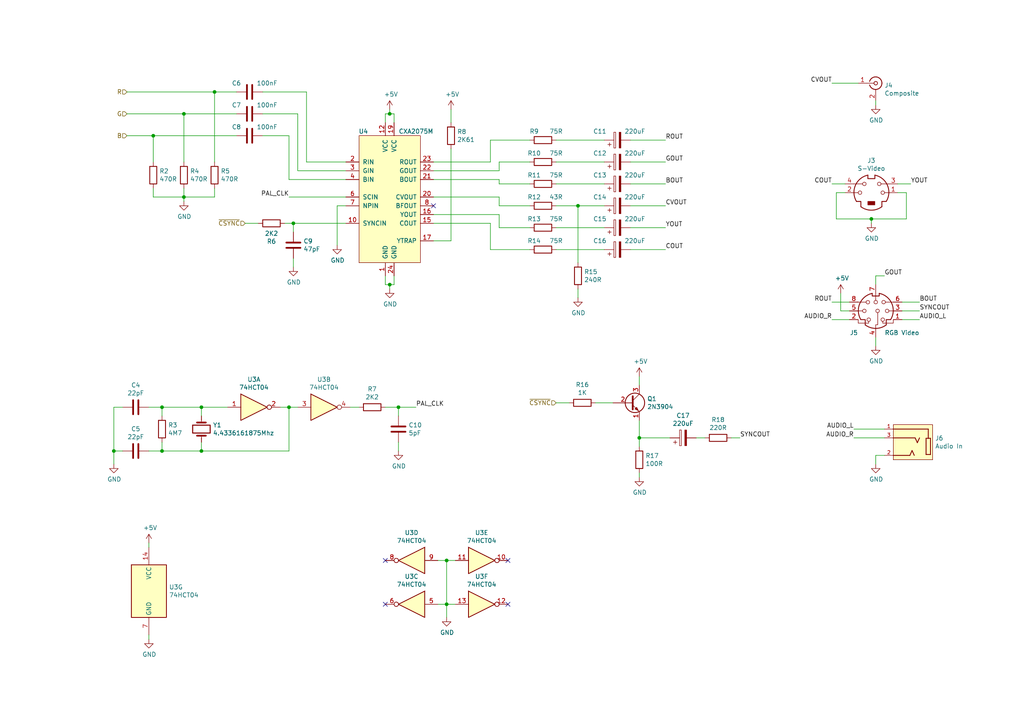
<source format=kicad_sch>
(kicad_sch (version 20211123) (generator eeschema)
  (paper "A4")
  (lib_symbols
    (symbol "74xx:74HCT04"
      (property "Reference" "U" (at 0 1.27 0))
      (property "Value" "74HCT04" (at 0 -1.27 0))
      (symbol "74HCT04_1_0"
        (polyline (pts (xy -3.81 3.81) (xy -3.81 -3.81) (xy 3.81 0) (xy -3.81 3.81)) (stroke (width 0.254)) (fill (type background)))
        (pin input line (at -7.62 0 0) (length 3.81) (name "~") (number "1"))
        (pin output inverted (at 7.62 0 180) (length 3.81) (name "~") (number "2"))
      )
      (symbol "74HCT04_2_0"
        (polyline (pts (xy -3.81 3.81) (xy -3.81 -3.81) (xy 3.81 0) (xy -3.81 3.81)) (stroke (width 0.254)) (fill (type background)))
        (pin input line (at -7.62 0 0) (length 3.81) (name "~") (number "3"))
        (pin output inverted (at 7.62 0 180) (length 3.81) (name "~") (number "4"))
      )
      (symbol "74HCT04_3_0"
        (polyline (pts (xy -3.81 3.81) (xy -3.81 -3.81) (xy 3.81 0) (xy -3.81 3.81)) (stroke (width 0.254)) (fill (type background)))
        (pin input line (at -7.62 0 0) (length 3.81) (name "~") (number "5"))
        (pin output inverted (at 7.62 0 180) (length 3.81) (name "~") (number "6"))
      )
      (symbol "74HCT04_4_0"
        (polyline (pts (xy -3.81 3.81) (xy -3.81 -3.81) (xy 3.81 0) (xy -3.81 3.81)) (stroke (width 0.254)) (fill (type background)))
        (pin output inverted (at 7.62 0 180) (length 3.81) (name "~") (number "8"))
        (pin input line (at -7.62 0 0) (length 3.81) (name "~") (number "9"))
      )
      (symbol "74HCT04_5_0"
        (polyline (pts (xy -3.81 3.81) (xy -3.81 -3.81) (xy 3.81 0) (xy -3.81 3.81)) (stroke (width 0.254)) (fill (type background)))
        (pin output inverted (at 7.62 0 180) (length 3.81) (name "~") (number "10"))
        (pin input line (at -7.62 0 0) (length 3.81) (name "~") (number "11"))
      )
      (symbol "74HCT04_6_0"
        (polyline (pts (xy -3.81 3.81) (xy -3.81 -3.81) (xy 3.81 0) (xy -3.81 3.81)) (stroke (width 0.254)) (fill (type background)))
        (pin output inverted (at 7.62 0 180) (length 3.81) (name "~") (number "12"))
        (pin input line (at -7.62 0 0) (length 3.81) (name "~") (number "13"))
      )
      (symbol "74HCT04_7_0"
        (pin power_in line (at 0 12.7 270) (length 5.08) (name "VCC") (number "14"))
        (pin power_in line (at 0 -12.7 90) (length 5.08) (name "GND") (number "7"))
      )
      (symbol "74HCT04_7_1"
        (rectangle (start -5.08 7.62) (end 5.08 -7.62) (stroke (width 0.254)) (fill (type background)))
      )
    )
    (symbol "Connector:Conn_Coaxial" (pin_names (offset 1.016) hide)
      (property "Reference" "J" (at 0.254 3.048 0))
      (property "Value" "Conn_Coaxial" (at 2.921 0 90))
      (symbol "Conn_Coaxial_0_1"
        (arc (start -1.778 -0.508) (mid 0.222 -1.808) (end 1.778 0) (stroke (width 0.254)))
        (polyline (pts (xy -2.54 0) (xy -0.508 0)))
        (polyline (pts (xy 0 -2.54) (xy 0 -1.778)))
        (circle (center 0 0) (radius 0.508) (stroke (width 0.2032)))
        (arc (start 1.778 0) (mid 0.2221 1.8083) (end -1.778 0.508) (stroke (width 0.254)))
      )
      (symbol "Conn_Coaxial_1_1"
        (pin passive line (at -5.08 0 0) (length 2.54) (name "In") (number "1"))
        (pin passive line (at 0 -5.08 90) (length 2.54) (name "Ext") (number "2"))
      )
    )
    (symbol "Connector:Mini-DIN-4" (pin_names (offset 1.016))
      (property "Reference" "J" (at 0 6.35 0))
      (property "Value" "Mini-DIN-4" (at 0 -6.35 0))
      (symbol "Mini-DIN-4_0_1"
        (circle (center -3.302 0) (radius 0.508))
        (arc (start -3.048 -4.064) (mid 0 -5.08) (end 3.048 -4.064) (stroke (width 0.254)))
        (circle (center -2.032 2.54) (radius 0.508))
        (rectangle (start -1.016 -2.54) (end 1.016 -3.556) (fill (type outline)))
        (arc (start -1.016 5.08) (mid -4.6243 2.1181) (end -4.318 -2.54) (stroke (width 0.254)))
        (polyline (pts (xy -3.81 0) (xy -5.08 0)))
        (polyline (pts (xy -2.54 2.54) (xy -5.08 2.54)))
        (polyline (pts (xy 2.794 2.54) (xy 5.08 2.54)))
        (polyline (pts (xy 5.08 0) (xy 3.81 0)))
        (polyline (pts (xy -4.318 -2.54) (xy -3.048 -2.54) (xy -3.048 -4.064)) (stroke (width 0.254)))
        (polyline (pts (xy 4.318 -2.54) (xy 3.048 -2.54) (xy 3.048 -4.064)) (stroke (width 0.254)))
        (polyline (pts (xy -1.016 5.08) (xy -1.016 4.064) (xy 1.016 4.064) (xy 1.016 5.08)) (stroke (width 0.254)))
        (circle (center 2.286 2.54) (radius 0.508))
        (circle (center 3.302 0) (radius 0.508))
        (arc (start 4.318 -2.54) (mid 4.6646 2.1357) (end 1.016 5.08) (stroke (width 0.254)))
      )
      (symbol "Mini-DIN-4_1_1"
        (pin passive line (at 7.62 0 180) (length 2.54) (name "~") (number "1"))
        (pin passive line (at -7.62 0 0) (length 2.54) (name "~") (number "2"))
        (pin passive line (at 7.62 2.54 180) (length 2.54) (name "~") (number "3"))
        (pin passive line (at -7.62 2.54 0) (length 2.54) (name "~") (number "4"))
      )
    )
    (symbol "Connector:Mini-DIN-8" (pin_names (offset 1.016))
      (property "Reference" "J" (at 5.08 5.08 0))
      (property "Value" "Mini-DIN-8" (at 10.668 -5.08 0))
      (symbol "Mini-DIN-8_0_1"
        (circle (center -3.302 0) (radius 0.508))
        (arc (start -3.048 -4.064) (mid 0 -5.08) (end 3.048 -4.064) (stroke (width 0.254)))
        (circle (center -2.286 2.5146) (radius 0.508))
        (circle (center -2.032 -2.54) (radius 0.508))
        (arc (start -1.016 5.08) (mid -4.6243 2.1181) (end -4.318 -2.54) (stroke (width 0.254)))
        (polyline (pts (xy -3.81 0) (xy -5.08 0)))
        (polyline (pts (xy -2.794 2.54) (xy -5.334 2.54)))
        (polyline (pts (xy 0 5.1054) (xy 0 3.048)))
        (polyline (pts (xy 2.794 2.54) (xy 5.08 2.54)))
        (polyline (pts (xy 5.08 0) (xy 3.81 0)))
        (polyline (pts (xy -4.318 -2.54) (xy -3.048 -2.54) (xy -3.048 -4.064)) (stroke (width 0.254)))
        (polyline (pts (xy 4.318 -2.54) (xy 3.048 -2.54) (xy 3.048 -4.064)) (stroke (width 0.254)))
        (polyline (pts (xy -2.032 -3.048) (xy -2.032 -3.556) (xy -5.08 -3.556) (xy -5.08 -2.54)))
        (polyline (pts (xy -1.016 5.08) (xy -1.016 4.318) (xy 1.016 4.318) (xy 1.016 5.08)) (stroke (width 0.254)))
        (polyline (pts (xy 0.5842 -0.508) (xy 0.5842 -4.0132) (xy 0 -4.0132) (xy 0 -5.1816)))
        (polyline (pts (xy 2.032 -3.048) (xy 2.032 -3.556) (xy 5.08 -3.556) (xy 5.08 -2.54)))
        (circle (center 0 2.54) (radius 0.508))
        (circle (center 2.032 -2.54) (radius 0.508))
        (circle (center 2.286 2.54) (radius 0.508))
        (circle (center 3.302 0) (radius 0.508))
        (arc (start 4.318 -2.54) (mid 4.6646 2.1357) (end 1.016 5.08) (stroke (width 0.254)))
      )
      (symbol "Mini-DIN-8_1_1"
        (circle (center 0.5334 0) (radius 0.508))
        (pin passive line (at 7.62 -2.54 180) (length 2.54) (name "~") (number "1"))
        (pin passive line (at -7.62 -2.54 0) (length 2.54) (name "~") (number "2"))
        (pin passive line (at 7.62 0 180) (length 2.54) (name "~") (number "3"))
        (pin passive line (at 0 -7.62 90) (length 2.54) (name "~") (number "4"))
        (pin passive line (at -7.62 0 0) (length 2.54) (name "~") (number "5"))
        (pin passive line (at 7.62 2.54 180) (length 2.54) (name "~") (number "6"))
        (pin passive line (at 0 7.62 270) (length 2.54) (name "~") (number "7"))
        (pin passive line (at -7.62 2.54 0) (length 2.54) (name "~") (number "8"))
      )
    )
    (symbol "Ddraig:35RAPC2BHN2" (pin_names (offset 1.016) hide)
      (property "Reference" "J" (at -5.08 7.62 0))
      (property "Value" "35RAPC2BHN2" (at -7.62 -6.35 0))
      (symbol "35RAPC2BHN2_0_0"
        (polyline (pts (xy -5.715 -2.286) (xy -5.715 2.413)) (stroke (width 0.254)))
        (polyline (pts (xy -5.715 2.413) (xy -5.08 2.413)) (stroke (width 0.254)))
        (polyline (pts (xy -5.08 2.413) (xy -4.445 2.413)) (stroke (width 0.254)))
        (polyline (pts (xy -5.08 5.08) (xy -5.08 2.413)) (stroke (width 0.254)))
        (polyline (pts (xy -4.445 -2.286) (xy -5.715 -2.286)) (stroke (width 0.254)))
        (polyline (pts (xy -4.445 2.413) (xy -4.445 -2.286)) (stroke (width 0.254)))
        (polyline (pts (xy -1.905 1.143) (xy -2.54 2.54)) (stroke (width 0.254)))
        (polyline (pts (xy -1.27 2.54) (xy -1.905 1.143)) (stroke (width 0.254)))
        (polyline (pts (xy -0.381 -1.143) (xy -1.016 -2.54)) (stroke (width 0.254)))
        (polyline (pts (xy 0.254 -2.54) (xy -0.381 -1.143)) (stroke (width 0.254)))
        (polyline (pts (xy 5.08 -2.54) (xy 0.254 -2.54)) (stroke (width 0.254)))
        (polyline (pts (xy 5.08 2.54) (xy -1.27 2.54)) (stroke (width 0.254)))
        (polyline (pts (xy 5.08 5.08) (xy -5.08 5.08)) (stroke (width 0.254)))
        (pin passive line (at 7.62 5.08 180) (length 2.54) (name "~") (number "1"))
        (pin passive line (at 7.62 -2.54 180) (length 2.54) (name "~") (number "2"))
        (pin passive line (at 7.62 2.54 180) (length 2.54) (name "~") (number "3"))
      )
      (symbol "35RAPC2BHN2_1_1"
        (rectangle (start -6.35 6.35) (end 5.08 -3.81) (fill (type background)))
      )
    )
    (symbol "Ddraig:CXA2075M" (pin_names (offset 1.016))
      (property "Reference" "U" (at -8.89 20.32 0))
      (property "Value" "CXA2075M" (at 7.62 20.32 0))
      (symbol "CXA2075M_0_1"
        (rectangle (start -8.89 19.05) (end 8.89 -17.78) (fill (type background)))
      )
      (symbol "CXA2075M_1_1"
        (pin power_in line (at -1.27 -21.59 90) (length 3.81) (name "GND") (number "1"))
        (pin input line (at -12.7 -6.35 0) (length 3.81) (name "SYNCIN") (number "10"))
        (pin no_connect line (at -12.7 -8.89 0) (length 3.81) hide (name "NC") (number "11"))
        (pin power_in line (at -1.27 22.86 270) (length 3.81) (name "VCC") (number "12"))
        (pin no_connect line (at 12.7 13.97 180) (length 3.81) hide (name "NC") (number "13"))
        (pin no_connect line (at 11.43 -8.89 180) (length 3.81) hide (name "NC") (number "14"))
        (pin output line (at 12.7 -6.35 180) (length 3.81) (name "COUT") (number "15"))
        (pin output line (at 12.7 -3.81 180) (length 3.81) (name "YOUT") (number "16"))
        (pin input line (at 12.7 -11.43 180) (length 3.81) (name "YTRAP") (number "17"))
        (pin no_connect line (at 11.43 -13.97 180) (length 3.81) hide (name "NC") (number "18"))
        (pin power_in line (at 1.27 22.86 270) (length 3.81) (name "VCC") (number "19"))
        (pin input line (at -12.7 11.43 0) (length 3.81) (name "RIN") (number "2"))
        (pin output line (at 12.7 1.27 180) (length 3.81) (name "CVOUT") (number "20"))
        (pin output line (at 12.7 6.35 180) (length 3.81) (name "BOUT") (number "21"))
        (pin output line (at 12.7 8.89 180) (length 3.81) (name "GOUT") (number "22"))
        (pin output line (at 12.7 11.43 180) (length 3.81) (name "ROUT") (number "23"))
        (pin power_in line (at 1.27 -21.59 90) (length 3.81) (name "GND") (number "24"))
        (pin input line (at -12.7 8.89 0) (length 3.81) (name "GIN") (number "3"))
        (pin input line (at -12.7 6.35 0) (length 3.81) (name "BIN") (number "4"))
        (pin no_connect line (at -12.7 3.81 0) (length 3.81) hide (name "NC") (number "5"))
        (pin input line (at -12.7 1.27 0) (length 3.81) (name "SCIN") (number "6"))
        (pin input line (at -12.7 -1.27 0) (length 3.81) (name "NPIN") (number "7"))
        (pin output line (at 12.7 -1.27 180) (length 3.81) (name "BFOUT") (number "8"))
        (pin no_connect line (at -12.7 -3.81 0) (length 3.81) hide (name "NC") (number "9"))
      )
    )
    (symbol "Device:C" (pin_numbers hide) (pin_names (offset 0.254))
      (property "Reference" "C" (at 0.635 2.54 0))
      (property "Value" "C" (at 0.635 -2.54 0))
      (symbol "C_0_1"
        (polyline (pts (xy -2.032 -0.762) (xy 2.032 -0.762)) (stroke (width 0.508)))
        (polyline (pts (xy -2.032 0.762) (xy 2.032 0.762)) (stroke (width 0.508)))
      )
      (symbol "C_1_1"
        (pin passive line (at 0 3.81 270) (length 2.794) (name "~") (number "1"))
        (pin passive line (at 0 -3.81 90) (length 2.794) (name "~") (number "2"))
      )
    )
    (symbol "Device:C_Polarized" (pin_numbers hide) (pin_names (offset 0.254))
      (property "Reference" "C" (at 0.635 2.54 0))
      (property "Value" "C_Polarized" (at 0.635 -2.54 0))
      (symbol "C_Polarized_0_1"
        (rectangle (start -2.286 0.508) (end 2.286 1.016))
        (polyline (pts (xy -1.778 2.286) (xy -0.762 2.286)))
        (polyline (pts (xy -1.27 2.794) (xy -1.27 1.778)))
        (rectangle (start 2.286 -0.508) (end -2.286 -1.016) (fill (type outline)))
      )
      (symbol "C_Polarized_1_1"
        (pin passive line (at 0 3.81 270) (length 2.794) (name "~") (number "1"))
        (pin passive line (at 0 -3.81 90) (length 2.794) (name "~") (number "2"))
      )
    )
    (symbol "Device:Crystal" (pin_numbers hide) (pin_names (offset 1.016) hide)
      (property "Reference" "Y" (at 0 3.81 0))
      (property "Value" "Crystal" (at 0 -3.81 0))
      (symbol "Crystal_0_1"
        (rectangle (start -1.143 2.54) (end 1.143 -2.54) (stroke (width 0.3048)))
        (polyline (pts (xy -2.54 0) (xy -1.905 0)))
        (polyline (pts (xy -1.905 -1.27) (xy -1.905 1.27)) (stroke (width 0.508)))
        (polyline (pts (xy 1.905 -1.27) (xy 1.905 1.27)) (stroke (width 0.508)))
        (polyline (pts (xy 2.54 0) (xy 1.905 0)))
      )
      (symbol "Crystal_1_1"
        (pin passive line (at -3.81 0 0) (length 1.27) (name "1") (number "1"))
        (pin passive line (at 3.81 0 180) (length 1.27) (name "2") (number "2"))
      )
    )
    (symbol "Device:R" (pin_numbers hide) (pin_names (offset 0))
      (property "Reference" "R" (at 2.032 0 90))
      (property "Value" "R" (at 0 0 90))
      (symbol "R_0_1"
        (rectangle (start -1.016 -2.54) (end 1.016 2.54) (stroke (width 0.254)))
      )
      (symbol "R_1_1"
        (pin passive line (at 0 3.81 270) (length 1.27) (name "~") (number "1"))
        (pin passive line (at 0 -3.81 90) (length 1.27) (name "~") (number "2"))
      )
    )
    (symbol "Transistor_BJT:2N3904" (pin_names (offset 0) hide)
      (property "Reference" "Q" (at 5.08 1.905 0))
      (property "Value" "2N3904" (at 5.08 0 0))
      (symbol "2N3904_0_1"
        (polyline (pts (xy 0.635 0.635) (xy 2.54 2.54)))
        (polyline (pts (xy 0.635 -0.635) (xy 2.54 -2.54) (xy 2.54 -2.54)))
        (polyline (pts (xy 0.635 1.905) (xy 0.635 -1.905) (xy 0.635 -1.905)) (stroke (width 0.508)))
        (polyline (pts (xy 1.27 -1.778) (xy 1.778 -1.27) (xy 2.286 -2.286) (xy 1.27 -1.778) (xy 1.27 -1.778)) (fill (type outline)))
        (circle (center 1.27 0) (radius 2.8194) (stroke (width 0.254)))
      )
      (symbol "2N3904_1_1"
        (pin passive line (at 2.54 -5.08 90) (length 2.54) (name "E") (number "1"))
        (pin passive line (at -5.08 0 0) (length 5.715) (name "B") (number "2"))
        (pin passive line (at 2.54 5.08 270) (length 2.54) (name "C") (number "3"))
      )
    )
    (symbol "power:+5V" (power) (pin_names (offset 0))
      (property "Value" "+5V" (at 0 3.556 0))
      (symbol "+5V_0_1"
        (polyline (pts (xy -0.762 1.27) (xy 0 2.54)))
        (polyline (pts (xy 0 0) (xy 0 2.54)))
        (polyline (pts (xy 0 2.54) (xy 0.762 1.27)))
      )
      (symbol "+5V_1_1"
        (pin power_in line (at 0 0 90) (length 0) hide (name "+5V") (number "1"))
      )
    )
    (symbol "power:GND" (power) (pin_names (offset 0))
      (property "Value" "GND" (at 0 -3.81 0))
      (symbol "GND_0_1"
        (polyline (pts (xy 0 0) (xy 0 -1.27) (xy 1.27 -1.27) (xy 0 -2.54) (xy -1.27 -1.27) (xy 0 -1.27)))
      )
      (symbol "GND_1_1"
        (pin power_in line (at 0 0 270) (length 0) hide (name "GND") (number "1"))
      )
    )
  )
  (junction (at 252.73 63.5))
  (junction (at 129.54 162.56))
  (junction (at 53.34 33.02))
  (junction (at 167.64 59.69))
  (junction (at 83.82 118.11))
  (junction (at 129.54 175.26))
  (junction (at 33.02 130.81))
  (junction (at 46.99 118.11))
  (junction (at 58.42 118.11))
  (junction (at 53.34 57.15))
  (junction (at 46.99 130.81))
  (junction (at 58.42 130.81))
  (junction (at 113.03 82.55))
  (junction (at 62.23 26.67))
  (junction (at 85.09 64.77))
  (junction (at 113.03 33.02))
  (junction (at 185.42 127))
  (junction (at 44.45 39.37))
  (junction (at 115.57 118.11))
  (no_connect (at 147.32 162.56))
  (no_connect (at 147.32 175.26))
  (no_connect (at 111.76 175.26))
  (no_connect (at 125.73 59.69))
  (no_connect (at 111.76 162.56))
  (wire (pts (xy 144.78 66.04) (xy 153.67 66.04)))
  (wire (pts (xy 175.26 40.64) (xy 161.29 40.64)))
  (wire (pts (xy 144.78 46.99) (xy 153.67 46.99)))
  (wire (pts (xy 101.6 118.11) (xy 104.14 118.11)))
  (wire (pts (xy 129.54 162.56) (xy 132.08 162.56)))
  (wire (pts (xy 115.57 128.27) (xy 115.57 130.81)))
  (wire (pts (xy 53.34 57.15) (xy 53.34 54.61)))
  (wire (pts (xy 167.64 59.69) (xy 161.29 59.69)))
  (wire (pts (xy 58.42 130.81) (xy 58.42 128.27)))
  (wire (pts (xy 125.73 57.15) (xy 144.78 57.15)))
  (wire (pts (xy 125.73 46.99) (xy 142.24 46.99)))
  (wire (pts (xy 68.58 26.67) (xy 62.23 26.67)))
  (wire (pts (xy 264.16 53.34) (xy 260.35 53.34)))
  (wire (pts (xy 81.28 118.11) (xy 83.82 118.11)))
  (wire (pts (xy 175.26 72.39) (xy 161.29 72.39)))
  (wire (pts (xy 254 80.01) (xy 254 82.55)))
  (wire (pts (xy 43.18 130.81) (xy 46.99 130.81)))
  (wire (pts (xy 44.45 46.99) (xy 44.45 39.37)))
  (wire (pts (xy 252.73 63.5) (xy 242.57 63.5)))
  (wire (pts (xy 111.76 118.11) (xy 115.57 118.11)))
  (wire (pts (xy 115.57 118.11) (xy 120.65 118.11)))
  (wire (pts (xy 53.34 46.99) (xy 53.34 33.02)))
  (wire (pts (xy 83.82 52.07) (xy 83.82 39.37)))
  (wire (pts (xy 242.57 63.5) (xy 242.57 55.88)))
  (wire (pts (xy 43.18 185.42) (xy 43.18 184.15)))
  (wire (pts (xy 182.88 40.64) (xy 193.04 40.64)))
  (wire (pts (xy 82.55 64.77) (xy 85.09 64.77)))
  (wire (pts (xy 111.76 80.01) (xy 111.76 82.55)))
  (wire (pts (xy 62.23 26.67) (xy 36.83 26.67)))
  (wire (pts (xy 129.54 179.07) (xy 129.54 175.26)))
  (wire (pts (xy 68.58 33.02) (xy 53.34 33.02)))
  (wire (pts (xy 142.24 40.64) (xy 153.67 40.64)))
  (wire (pts (xy 100.33 49.53) (xy 86.36 49.53)))
  (wire (pts (xy 144.78 62.23) (xy 144.78 66.04)))
  (wire (pts (xy 266.7 90.17) (xy 261.62 90.17)))
  (wire (pts (xy 125.73 52.07) (xy 144.78 52.07)))
  (wire (pts (xy 167.64 76.2) (xy 167.64 59.69)))
  (wire (pts (xy 144.78 53.34) (xy 153.67 53.34)))
  (wire (pts (xy 182.88 66.04) (xy 193.04 66.04)))
  (wire (pts (xy 58.42 120.65) (xy 58.42 118.11)))
  (wire (pts (xy 172.72 116.84) (xy 177.8 116.84)))
  (wire (pts (xy 83.82 130.81) (xy 83.82 118.11)))
  (wire (pts (xy 114.3 82.55) (xy 114.3 80.01)))
  (wire (pts (xy 142.24 40.64) (xy 142.24 46.99)))
  (wire (pts (xy 53.34 58.42) (xy 53.34 57.15)))
  (wire (pts (xy 130.81 69.85) (xy 130.81 43.18)))
  (wire (pts (xy 161.29 53.34) (xy 175.26 53.34)))
  (wire (pts (xy 46.99 128.27) (xy 46.99 130.81)))
  (wire (pts (xy 43.18 118.11) (xy 46.99 118.11)))
  (wire (pts (xy 114.3 33.02) (xy 114.3 35.56)))
  (wire (pts (xy 261.62 87.63) (xy 266.7 87.63)))
  (wire (pts (xy 88.9 26.67) (xy 76.2 26.67)))
  (wire (pts (xy 185.42 127) (xy 185.42 129.54)))
  (wire (pts (xy 68.58 39.37) (xy 44.45 39.37)))
  (wire (pts (xy 262.89 63.5) (xy 252.73 63.5)))
  (wire (pts (xy 254 97.79) (xy 254 100.33)))
  (wire (pts (xy 58.42 118.11) (xy 66.04 118.11)))
  (wire (pts (xy 85.09 67.31) (xy 85.09 64.77)))
  (wire (pts (xy 46.99 118.11) (xy 58.42 118.11)))
  (wire (pts (xy 252.73 64.77) (xy 252.73 63.5)))
  (wire (pts (xy 129.54 175.26) (xy 129.54 162.56)))
  (wire (pts (xy 113.03 31.75) (xy 113.03 33.02)))
  (wire (pts (xy 44.45 39.37) (xy 36.83 39.37)))
  (wire (pts (xy 193.04 72.39) (xy 182.88 72.39)))
  (wire (pts (xy 127 175.26) (xy 129.54 175.26)))
  (wire (pts (xy 71.12 64.77) (xy 74.93 64.77)))
  (wire (pts (xy 100.33 46.99) (xy 88.9 46.99)))
  (wire (pts (xy 43.18 158.75) (xy 43.18 157.48)))
  (wire (pts (xy 33.02 134.62) (xy 33.02 130.81)))
  (wire (pts (xy 245.11 53.34) (xy 241.3 53.34)))
  (wire (pts (xy 246.38 92.71) (xy 241.3 92.71)))
  (wire (pts (xy 144.78 52.07) (xy 144.78 53.34)))
  (wire (pts (xy 241.3 24.13) (xy 248.92 24.13)))
  (wire (pts (xy 246.38 87.63) (xy 241.3 87.63)))
  (wire (pts (xy 85.09 77.47) (xy 85.09 74.93)))
  (wire (pts (xy 175.26 59.69) (xy 167.64 59.69)))
  (wire (pts (xy 144.78 57.15) (xy 144.78 59.69)))
  (wire (pts (xy 185.42 137.16) (xy 185.42 138.43)))
  (wire (pts (xy 100.33 52.07) (xy 83.82 52.07)))
  (wire (pts (xy 256.54 132.08) (xy 254 132.08)))
  (wire (pts (xy 204.47 127) (xy 201.93 127)))
  (wire (pts (xy 46.99 130.81) (xy 58.42 130.81)))
  (wire (pts (xy 83.82 39.37) (xy 76.2 39.37)))
  (wire (pts (xy 256.54 80.01) (xy 254 80.01)))
  (wire (pts (xy 161.29 116.84) (xy 165.1 116.84)))
  (wire (pts (xy 254 30.48) (xy 254 29.21)))
  (wire (pts (xy 125.73 64.77) (xy 142.24 64.77)))
  (wire (pts (xy 58.42 130.81) (xy 83.82 130.81)))
  (wire (pts (xy 161.29 66.04) (xy 175.26 66.04)))
  (wire (pts (xy 83.82 118.11) (xy 86.36 118.11)))
  (wire (pts (xy 144.78 49.53) (xy 144.78 46.99)))
  (wire (pts (xy 100.33 57.15) (xy 83.82 57.15)))
  (wire (pts (xy 53.34 33.02) (xy 36.83 33.02)))
  (wire (pts (xy 185.42 121.92) (xy 185.42 127)))
  (wire (pts (xy 175.26 46.99) (xy 161.29 46.99)))
  (wire (pts (xy 129.54 162.56) (xy 127 162.56)))
  (wire (pts (xy 113.03 83.82) (xy 113.03 82.55)))
  (wire (pts (xy 33.02 118.11) (xy 35.56 118.11)))
  (wire (pts (xy 113.03 33.02) (xy 114.3 33.02)))
  (wire (pts (xy 113.03 82.55) (xy 114.3 82.55)))
  (wire (pts (xy 254 132.08) (xy 254 134.62)))
  (wire (pts (xy 35.56 130.81) (xy 33.02 130.81)))
  (wire (pts (xy 125.73 62.23) (xy 144.78 62.23)))
  (wire (pts (xy 86.36 33.02) (xy 76.2 33.02)))
  (wire (pts (xy 111.76 35.56) (xy 111.76 33.02)))
  (wire (pts (xy 85.09 64.77) (xy 100.33 64.77)))
  (wire (pts (xy 246.38 90.17) (xy 243.84 90.17)))
  (wire (pts (xy 53.34 57.15) (xy 44.45 57.15)))
  (wire (pts (xy 144.78 59.69) (xy 153.67 59.69)))
  (wire (pts (xy 62.23 54.61) (xy 62.23 57.15)))
  (wire (pts (xy 100.33 59.69) (xy 97.79 59.69)))
  (wire (pts (xy 62.23 57.15) (xy 53.34 57.15)))
  (wire (pts (xy 182.88 53.34) (xy 193.04 53.34)))
  (wire (pts (xy 62.23 46.99) (xy 62.23 26.67)))
  (wire (pts (xy 193.04 59.69) (xy 182.88 59.69)))
  (wire (pts (xy 247.65 124.46) (xy 256.54 124.46)))
  (wire (pts (xy 142.24 64.77) (xy 142.24 72.39)))
  (wire (pts (xy 130.81 35.56) (xy 130.81 31.75)))
  (wire (pts (xy 242.57 55.88) (xy 245.11 55.88)))
  (wire (pts (xy 129.54 175.26) (xy 132.08 175.26)))
  (wire (pts (xy 33.02 118.11) (xy 33.02 130.81)))
  (wire (pts (xy 86.36 49.53) (xy 86.36 33.02)))
  (wire (pts (xy 125.73 49.53) (xy 144.78 49.53)))
  (wire (pts (xy 256.54 127) (xy 247.65 127)))
  (wire (pts (xy 193.04 46.99) (xy 182.88 46.99)))
  (wire (pts (xy 97.79 59.69) (xy 97.79 71.12)))
  (wire (pts (xy 44.45 57.15) (xy 44.45 54.61)))
  (wire (pts (xy 260.35 55.88) (xy 262.89 55.88)))
  (wire (pts (xy 111.76 33.02) (xy 113.03 33.02)))
  (wire (pts (xy 194.31 127) (xy 185.42 127)))
  (wire (pts (xy 167.64 86.36) (xy 167.64 83.82)))
  (wire (pts (xy 46.99 120.65) (xy 46.99 118.11)))
  (wire (pts (xy 142.24 72.39) (xy 153.67 72.39)))
  (wire (pts (xy 111.76 82.55) (xy 113.03 82.55)))
  (wire (pts (xy 243.84 90.17) (xy 243.84 85.09)))
  (wire (pts (xy 214.63 127) (xy 212.09 127)))
  (wire (pts (xy 185.42 111.76) (xy 185.42 109.22)))
  (wire (pts (xy 261.62 92.71) (xy 266.7 92.71)))
  (wire (pts (xy 115.57 120.65) (xy 115.57 118.11)))
  (wire (pts (xy 88.9 46.99) (xy 88.9 26.67)))
  (wire (pts (xy 125.73 69.85) (xy 130.81 69.85)))
  (wire (pts (xy 262.89 55.88) (xy 262.89 63.5)))
  (label "CVOUT" (at 193.04 59.69 0))
  (label "CVOUT" (at 241.3 24.13 180))
  (label "PAL_CLK" (at 120.65 118.11 0))
  (label "COUT" (at 241.3 53.34 180))
  (label "COUT" (at 193.04 72.39 0))
  (label "ROUT" (at 193.04 40.64 0))
  (label "YOUT" (at 264.16 53.34 0))
  (label "PAL_CLK" (at 83.82 57.15 180))
  (label "YOUT" (at 193.04 66.04 0))
  (label "AUDIO_L" (at 247.65 124.46 180))
  (label "GOUT" (at 256.54 80.01 0))
  (label "GOUT" (at 193.04 46.99 0))
  (label "AUDIO_R" (at 241.3 92.71 180))
  (label "SYNCOUT" (at 266.7 90.17 0))
  (label "SYNCOUT" (at 214.63 127 0))
  (label "AUDIO_R" (at 247.65 127 180))
  (label "BOUT" (at 266.7 87.63 0))
  (label "ROUT" (at 241.3 87.63 180))
  (label "BOUT" (at 193.04 53.34 0))
  (label "AUDIO_L" (at 266.7 92.71 0))
  (hierarchical_label "G" (shape input) (at 36.83 33.02 180))
  (hierarchical_label "~{CSYNC}" (shape input) (at 161.29 116.84 180))
  (hierarchical_label "R" (shape input) (at 36.83 26.67 180))
  (hierarchical_label "~{CSYNC}" (shape input) (at 71.12 64.77 180))
  (hierarchical_label "B" (shape input) (at 36.83 39.37 180))
  (symbol (lib_id "Ddraig:CXA2075M") (at 113.03 58.42 0) (unit 1)
    (property "Reference" "U4" (at 105.41 38.1 0))
    (property "Value" "CXA2075M" (at 120.65 38.1 0))
    (property "Footprint" "Package_SO:SOP-24_7.5x15.4mm_P1.27mm" (effects hide))
  )
  (symbol (lib_id "power:+5V") (at 113.03 31.75 0) (unit 1)
    (property "Reference" "#PWR022" (effects hide))
    (property "Value" "+5V" (at 113.411 27.3558 0))
  )
  (symbol (lib_id "power:GND") (at 113.03 83.82 0) (unit 1)
    (property "Reference" "#PWR023" (effects hide))
    (property "Value" "GND" (at 113.157 88.2142 0))
  )
  (symbol (lib_id "Connector:Mini-DIN-8") (at 254 90.17 0) (unit 1)
    (property "Reference" "J5" (at 247.65 96.52 0))
    (property "Value" "RGB Video" (at 261.62 96.52 0))
    (property "Footprint" "Ddraig:MINI-DIN-8-TE_57492681" (effects hide))
    (property "Datasheet" "http://service.powerdynamics.com/ec/Catalog17/Section%2011.pdf" (effects hide))
  )
  (symbol (lib_id "power:+5V") (at 243.84 85.09 0) (unit 1)
    (property "Reference" "#PWR030" (effects hide))
    (property "Value" "+5V" (at 244.221 80.6958 0))
  )
  (symbol (lib_id "Device:R") (at 130.81 39.37 0) (unit 1)
    (property "Reference" "R8" (at 132.588 38.2016 0) (effects (justify left)))
    (property "Value" "2K61" (at 132.588 40.513 0) (effects (justify left)))
    (property "Footprint" "Resistor_THT:R_Axial_DIN0207_L6.3mm_D2.5mm_P10.16mm_Horizontal" (effects hide))
  )
  (symbol (lib_id "Device:R") (at 157.48 40.64 270) (unit 1)
    (property "Reference" "R9" (at 154.94 38.1 90))
    (property "Value" "75R" (at 161.29 38.1 90))
    (property "Footprint" "Resistor_THT:R_Axial_DIN0207_L6.3mm_D2.5mm_P10.16mm_Horizontal" (effects hide))
  )
  (symbol (lib_id "Device:R") (at 157.48 46.99 270) (unit 1)
    (property "Reference" "R10" (at 154.94 44.45 90))
    (property "Value" "75R" (at 161.29 44.45 90))
    (property "Footprint" "Resistor_THT:R_Axial_DIN0207_L6.3mm_D2.5mm_P10.16mm_Horizontal" (effects hide))
  )
  (symbol (lib_id "Device:R") (at 157.48 53.34 270) (unit 1)
    (property "Reference" "R11" (at 154.94 50.8 90))
    (property "Value" "75R" (at 161.29 50.8 90))
    (property "Footprint" "Resistor_THT:R_Axial_DIN0207_L6.3mm_D2.5mm_P10.16mm_Horizontal" (effects hide))
  )
  (symbol (lib_id "Device:R") (at 157.48 59.69 270) (unit 1)
    (property "Reference" "R12" (at 154.94 57.15 90))
    (property "Value" "43R" (at 161.29 57.15 90))
    (property "Footprint" "Resistor_THT:R_Axial_DIN0207_L6.3mm_D2.5mm_P10.16mm_Horizontal" (effects hide))
  )
  (symbol (lib_id "Device:R") (at 157.48 66.04 270) (unit 1)
    (property "Reference" "R13" (at 154.94 63.5 90))
    (property "Value" "75R" (at 161.29 63.5 90))
    (property "Footprint" "Resistor_THT:R_Axial_DIN0207_L6.3mm_D2.5mm_P10.16mm_Horizontal" (effects hide))
  )
  (symbol (lib_id "Device:R") (at 157.48 72.39 270) (unit 1)
    (property "Reference" "R14" (at 154.94 69.85 90))
    (property "Value" "75R" (at 161.29 69.85 90))
    (property "Footprint" "Resistor_THT:R_Axial_DIN0207_L6.3mm_D2.5mm_P10.16mm_Horizontal" (effects hide))
  )
  (symbol (lib_id "Device:C_Polarized") (at 179.07 40.64 90) (unit 1)
    (property "Reference" "C11" (at 173.99 38.1 90))
    (property "Value" "220uF" (at 184.15 38.1 90))
    (property "Footprint" "Capacitor_THT:CP_Radial_D5.0mm_P2.50mm" (effects hide))
  )
  (symbol (lib_id "Device:C_Polarized") (at 179.07 46.99 90) (unit 1)
    (property "Reference" "C12" (at 173.99 44.45 90))
    (property "Value" "220uF" (at 184.15 44.45 90))
    (property "Footprint" "Capacitor_THT:CP_Radial_D5.0mm_P2.50mm" (effects hide))
  )
  (symbol (lib_id "Device:C_Polarized") (at 179.07 53.34 90) (unit 1)
    (property "Reference" "C13" (at 173.99 50.8 90))
    (property "Value" "220uF" (at 184.15 50.8 90))
    (property "Footprint" "Capacitor_THT:CP_Radial_D5.0mm_P2.50mm" (effects hide))
  )
  (symbol (lib_id "Device:C_Polarized") (at 179.07 59.69 90) (unit 1)
    (property "Reference" "C14" (at 173.99 57.15 90))
    (property "Value" "220uF" (at 184.15 57.15 90))
    (property "Footprint" "Capacitor_THT:CP_Radial_D5.0mm_P2.50mm" (effects hide))
  )
  (symbol (lib_id "Device:C_Polarized") (at 179.07 66.04 90) (unit 1)
    (property "Reference" "C15" (at 173.99 63.5 90))
    (property "Value" "220uF" (at 184.15 63.5 90))
    (property "Footprint" "Capacitor_THT:CP_Radial_D5.0mm_P2.50mm" (effects hide))
  )
  (symbol (lib_id "Device:C_Polarized") (at 179.07 72.39 90) (unit 1)
    (property "Reference" "C16" (at 173.99 69.85 90))
    (property "Value" "220uF" (at 184.15 69.85 90))
    (property "Footprint" "Capacitor_THT:CP_Radial_D5.0mm_P2.50mm" (effects hide))
  )
  (symbol (lib_id "power:+5V") (at 130.81 31.75 0) (unit 1)
    (property "Reference" "#PWR025" (effects hide))
    (property "Value" "+5V" (at 131.191 27.3558 0))
  )
  (symbol (lib_id "Device:R") (at 167.64 80.01 0) (unit 1)
    (property "Reference" "R15" (at 169.418 78.8416 0) (effects (justify left)))
    (property "Value" "240R" (at 169.418 81.153 0) (effects (justify left)))
    (property "Footprint" "Resistor_THT:R_Axial_DIN0207_L6.3mm_D2.5mm_P10.16mm_Horizontal" (effects hide))
  )
  (symbol (lib_id "power:GND") (at 167.64 86.36 0) (unit 1)
    (property "Reference" "#PWR027" (effects hide))
    (property "Value" "GND" (at 167.767 90.7542 0))
  )
  (symbol (lib_id "Device:R") (at 78.74 64.77 90) (unit 1)
    (property "Reference" "R6" (at 78.74 70.0278 90))
    (property "Value" "2K2" (at 78.74 67.7164 90))
    (property "Footprint" "Resistor_THT:R_Axial_DIN0207_L6.3mm_D2.5mm_P10.16mm_Horizontal" (effects hide))
  )
  (symbol (lib_id "Device:C") (at 85.09 71.12 0) (unit 1)
    (property "Reference" "C9" (at 88.011 69.9516 0) (effects (justify left)))
    (property "Value" "47pF" (at 88.011 72.263 0) (effects (justify left)))
    (property "Footprint" "Capacitor_THT:C_Disc_D5.0mm_W2.5mm_P2.50mm" (effects hide))
  )
  (symbol (lib_id "power:GND") (at 85.09 77.47 0) (unit 1)
    (property "Reference" "#PWR021" (effects hide))
    (property "Value" "GND" (at 85.217 81.8642 0))
  )
  (symbol (lib_id "Device:C") (at 39.37 118.11 270) (unit 1)
    (property "Reference" "C4" (at 39.37 111.7092 90))
    (property "Value" "22pF" (at 39.37 114.0206 90))
    (property "Footprint" "Capacitor_THT:C_Disc_D5.0mm_W2.5mm_P2.50mm" (effects hide))
  )
  (symbol (lib_id "Device:C") (at 39.37 130.81 270) (unit 1)
    (property "Reference" "C5" (at 39.37 124.4092 90))
    (property "Value" "22pF" (at 39.37 126.7206 90))
    (property "Footprint" "Capacitor_THT:C_Disc_D5.0mm_W2.5mm_P2.50mm" (effects hide))
  )
  (symbol (lib_id "Device:R") (at 46.99 124.46 0) (unit 1)
    (property "Reference" "R3" (at 48.768 123.2916 0) (effects (justify left)))
    (property "Value" "4M7" (at 48.768 125.603 0) (effects (justify left)))
    (property "Footprint" "Resistor_THT:R_Axial_DIN0207_L6.3mm_D2.5mm_P10.16mm_Horizontal" (effects hide))
  )
  (symbol (lib_id "Device:R") (at 107.95 118.11 270) (unit 1)
    (property "Reference" "R7" (at 107.95 112.8522 90))
    (property "Value" "2K2" (at 107.95 115.1636 90))
    (property "Footprint" "Resistor_THT:R_Axial_DIN0207_L6.3mm_D2.5mm_P10.16mm_Horizontal" (effects hide))
  )
  (symbol (lib_id "Device:Crystal") (at 58.42 124.46 90) (unit 1)
    (property "Reference" "Y1" (at 61.7474 123.2916 90) (effects (justify right)))
    (property "Value" "4.4336161875Mhz" (at 61.7474 125.603 90) (effects (justify right)))
    (property "Footprint" "Crystal:Crystal_HC50_Vertical" (effects hide))
  )
  (symbol (lib_id "Device:C") (at 115.57 124.46 0) (unit 1)
    (property "Reference" "C10" (at 118.491 123.2916 0) (effects (justify left)))
    (property "Value" "5pF" (at 118.491 125.603 0) (effects (justify left)))
    (property "Footprint" "Capacitor_THT:C_Disc_D5.0mm_W2.5mm_P2.50mm" (effects hide))
  )
  (symbol (lib_id "74xx:74HCT04") (at 73.66 118.11 0) (unit 1)
    (property "Reference" "U3" (at 73.66 110.0582 0))
    (property "Value" "74HCT04" (at 73.66 112.3696 0))
    (property "Footprint" "Package_DIP:DIP-14_W7.62mm_Socket" (effects hide))
    (property "Datasheet" "https://assets.nexperia.com/documents/data-sheet/74HC_HCT04.pdf" (effects hide))
  )
  (symbol (lib_id "74xx:74HCT04") (at 93.98 118.11 0) (unit 2)
    (property "Reference" "U3" (at 93.98 110.0582 0))
    (property "Value" "74HCT04" (at 93.98 112.3696 0))
    (property "Footprint" "Package_DIP:DIP-14_W7.62mm_Socket" (effects hide))
    (property "Datasheet" "https://assets.nexperia.com/documents/data-sheet/74HC_HCT04.pdf" (effects hide))
  )
  (symbol (lib_id "74xx:74HCT04") (at 119.38 175.26 0) (mirror y) (unit 3)
    (property "Reference" "U3" (at 119.38 167.2082 0))
    (property "Value" "74HCT04" (at 119.38 169.5196 0))
    (property "Footprint" "Package_DIP:DIP-14_W7.62mm_Socket" (effects hide))
    (property "Datasheet" "https://assets.nexperia.com/documents/data-sheet/74HC_HCT04.pdf" (effects hide))
  )
  (symbol (lib_id "74xx:74HCT04") (at 119.38 162.56 0) (mirror y) (unit 4)
    (property "Reference" "U3" (at 119.38 154.5082 0))
    (property "Value" "74HCT04" (at 119.38 156.8196 0))
    (property "Footprint" "Package_DIP:DIP-14_W7.62mm_Socket" (effects hide))
    (property "Datasheet" "https://assets.nexperia.com/documents/data-sheet/74HC_HCT04.pdf" (effects hide))
  )
  (symbol (lib_id "74xx:74HCT04") (at 139.7 162.56 0) (unit 5)
    (property "Reference" "U3" (at 139.7 154.5082 0))
    (property "Value" "74HCT04" (at 139.7 156.8196 0))
    (property "Footprint" "Package_DIP:DIP-14_W7.62mm_Socket" (effects hide))
    (property "Datasheet" "https://assets.nexperia.com/documents/data-sheet/74HC_HCT04.pdf" (effects hide))
  )
  (symbol (lib_id "74xx:74HCT04") (at 139.7 175.26 0) (unit 6)
    (property "Reference" "U3" (at 139.7 167.2082 0))
    (property "Value" "74HCT04" (at 139.7 169.5196 0))
    (property "Footprint" "Package_DIP:DIP-14_W7.62mm_Socket" (effects hide))
    (property "Datasheet" "https://assets.nexperia.com/documents/data-sheet/74HC_HCT04.pdf" (effects hide))
  )
  (symbol (lib_id "74xx:74HCT04") (at 43.18 171.45 0) (unit 7)
    (property "Reference" "U3" (at 49.022 170.2816 0) (effects (justify left)))
    (property "Value" "74HCT04" (at 49.022 172.593 0) (effects (justify left)))
    (property "Footprint" "Package_DIP:DIP-14_W7.62mm_Socket" (effects hide))
    (property "Datasheet" "https://assets.nexperia.com/documents/data-sheet/74HC_HCT04.pdf" (effects hide))
  )
  (symbol (lib_id "power:GND") (at 33.02 134.62 0) (unit 1)
    (property "Reference" "#PWR017" (effects hide))
    (property "Value" "GND" (at 33.147 139.0142 0))
  )
  (symbol (lib_id "power:GND") (at 43.18 185.42 0) (unit 1)
    (property "Reference" "#PWR019" (effects hide))
    (property "Value" "GND" (at 43.307 189.8142 0))
  )
  (symbol (lib_id "power:GND") (at 129.54 179.07 0) (unit 1)
    (property "Reference" "#PWR026" (effects hide))
    (property "Value" "GND" (at 129.667 183.4642 0))
  )
  (symbol (lib_id "power:+5V") (at 43.18 157.48 0) (unit 1)
    (property "Reference" "#PWR018" (effects hide))
    (property "Value" "+5V" (at 43.561 153.0858 0))
  )
  (symbol (lib_id "power:GND") (at 115.57 130.81 0) (unit 1)
    (property "Reference" "#PWR024" (effects hide))
    (property "Value" "GND" (at 115.697 135.2042 0))
  )
  (symbol (lib_id "Device:R") (at 44.45 50.8 0) (unit 1)
    (property "Reference" "R2" (at 46.228 49.6316 0) (effects (justify left)))
    (property "Value" "470R" (at 46.228 51.943 0) (effects (justify left)))
    (property "Footprint" "Resistor_THT:R_Axial_DIN0207_L6.3mm_D2.5mm_P10.16mm_Horizontal" (effects hide))
  )
  (symbol (lib_id "Device:R") (at 53.34 50.8 0) (unit 1)
    (property "Reference" "R4" (at 55.118 49.6316 0) (effects (justify left)))
    (property "Value" "470R" (at 55.118 51.943 0) (effects (justify left)))
    (property "Footprint" "Resistor_THT:R_Axial_DIN0207_L6.3mm_D2.5mm_P10.16mm_Horizontal" (effects hide))
  )
  (symbol (lib_id "Device:R") (at 62.23 50.8 0) (unit 1)
    (property "Reference" "R5" (at 64.008 49.6316 0) (effects (justify left)))
    (property "Value" "470R" (at 64.008 51.943 0) (effects (justify left)))
    (property "Footprint" "Resistor_THT:R_Axial_DIN0207_L6.3mm_D2.5mm_P10.16mm_Horizontal" (effects hide))
  )
  (symbol (lib_id "power:GND") (at 53.34 58.42 0) (unit 1)
    (property "Reference" "#PWR020" (effects hide))
    (property "Value" "GND" (at 53.467 62.8142 0))
  )
  (symbol (lib_id "Device:C") (at 72.39 26.67 270) (unit 1)
    (property "Reference" "C6" (at 68.58 24.13 90))
    (property "Value" "100nF" (at 77.47 24.13 90))
    (property "Footprint" "Capacitor_THT:C_Disc_D5.0mm_W2.5mm_P2.50mm" (effects hide))
  )
  (symbol (lib_id "Device:C") (at 72.39 33.02 270) (unit 1)
    (property "Reference" "C7" (at 68.58 30.48 90))
    (property "Value" "100nF" (at 77.47 30.48 90))
    (property "Footprint" "Capacitor_THT:C_Disc_D5.0mm_W2.5mm_P2.50mm" (effects hide))
  )
  (symbol (lib_id "Device:C") (at 72.39 39.37 270) (unit 1)
    (property "Reference" "C8" (at 68.58 36.83 90))
    (property "Value" "100nF" (at 77.47 36.83 90))
    (property "Footprint" "Capacitor_THT:C_Disc_D5.0mm_W2.5mm_P2.50mm" (effects hide))
  )
  (symbol (lib_id "Connector:Mini-DIN-4") (at 252.73 55.88 0) (unit 1)
    (property "Reference" "J3" (at 252.73 46.5582 0))
    (property "Value" "S-Video" (at 252.73 48.8696 0))
    (property "Footprint" "Ddraig:MINI-DIN-4-TE_5749181-1" (effects hide))
    (property "Datasheet" "http://service.powerdynamics.com/ec/Catalog17/Section%2011.pdf" (effects hide))
  )
  (symbol (lib_id "power:GND") (at 252.73 64.77 0) (unit 1)
    (property "Reference" "#PWR031" (effects hide))
    (property "Value" "GND" (at 252.857 69.1642 0))
  )
  (symbol (lib_id "Connector:Conn_Coaxial") (at 254 24.13 0) (unit 1)
    (property "Reference" "J4" (at 256.54 24.765 0) (effects (justify left)))
    (property "Value" "Composite" (at 256.54 27.0764 0) (effects (justify left)))
    (property "Footprint" "Ddraig:KLPX0848A2RG" (effects hide))
    (property "Datasheet" " ~" (effects hide))
  )
  (symbol (lib_id "power:GND") (at 254 30.48 0) (unit 1)
    (property "Reference" "#PWR032" (effects hide))
    (property "Value" "GND" (at 254.127 34.8742 0))
  )
  (symbol (lib_id "Ddraig:35RAPC2BHN2") (at 264.16 129.54 0) (mirror y) (unit 1)
    (property "Reference" "J6" (at 271.2212 127.1016 0) (effects (justify right)))
    (property "Value" "Audio In" (at 271.2212 129.413 0) (effects (justify right)))
    (property "Footprint" "Ddraig:SWITCHCRAFT_35RAPC2BHN2" (effects hide))
    (property "STANDARD" "Manufacturer Recommendations" (effects hide))
    (property "MAXIMUM_PACKAGE_HIEGHT" "6.1214mm" (effects hide))
    (property "MANUFACTURER" "Switchcraft Inc." (effects hide))
    (property "PARTREV" "L" (effects hide))
  )
  (symbol (lib_id "power:GND") (at 254 100.33 0) (unit 1)
    (property "Reference" "#PWR033" (effects hide))
    (property "Value" "GND" (at 254.127 104.7242 0))
  )
  (symbol (lib_id "power:GND") (at 254 134.62 0) (unit 1)
    (property "Reference" "#PWR034" (effects hide))
    (property "Value" "GND" (at 254.127 139.0142 0))
  )
  (symbol (lib_id "Device:R") (at 168.91 116.84 270) (unit 1)
    (property "Reference" "R16" (at 168.91 111.5822 90))
    (property "Value" "1K" (at 168.91 113.8936 90))
    (property "Footprint" "Resistor_THT:R_Axial_DIN0207_L6.3mm_D2.5mm_P10.16mm_Horizontal" (effects hide))
  )
  (symbol (lib_id "Transistor_BJT:2N3904") (at 182.88 116.84 0) (unit 1)
    (property "Reference" "Q1" (at 187.706 115.6716 0) (effects (justify left)))
    (property "Value" "2N3904" (at 187.706 117.983 0) (effects (justify left)))
    (property "Footprint" "Package_TO_SOT_THT:TO-92_Inline" (effects hide))
    (property "Datasheet" "https://www.onsemi.com/pub/Collateral/2N3903-D.PDF" (effects hide))
  )
  (symbol (lib_id "Device:R") (at 185.42 133.35 0) (unit 1)
    (property "Reference" "R17" (at 187.198 132.1816 0) (effects (justify left)))
    (property "Value" "100R" (at 187.198 134.493 0) (effects (justify left)))
    (property "Footprint" "Resistor_THT:R_Axial_DIN0207_L6.3mm_D2.5mm_P10.16mm_Horizontal" (effects hide))
  )
  (symbol (lib_id "Device:R") (at 208.28 127 270) (unit 1)
    (property "Reference" "R18" (at 208.28 121.7422 90))
    (property "Value" "220R" (at 208.28 124.0536 90))
    (property "Footprint" "Resistor_THT:R_Axial_DIN0207_L6.3mm_D2.5mm_P10.16mm_Horizontal" (effects hide))
  )
  (symbol (lib_id "Device:C_Polarized") (at 198.12 127 90) (unit 1)
    (property "Reference" "C17" (at 198.12 120.523 90))
    (property "Value" "220uF" (at 198.12 122.8344 90))
    (property "Footprint" "Capacitor_THT:CP_Radial_D5.0mm_P2.50mm" (effects hide))
  )
  (symbol (lib_id "power:GND") (at 185.42 138.43 0) (unit 1)
    (property "Reference" "#PWR029" (effects hide))
    (property "Value" "GND" (at 185.547 142.8242 0))
  )
  (symbol (lib_id "power:+5V") (at 185.42 109.22 0) (unit 1)
    (property "Reference" "#PWR028" (effects hide))
    (property "Value" "+5V" (at 185.801 104.8258 0))
  )
  (symbol (lib_id "power:GND") (at 97.79 71.12 0) (unit 1)
    (property "Reference" "#PWR?" (effects hide))
    (property "Value" "GND" (at 97.917 75.5142 0))
  )
)
</source>
